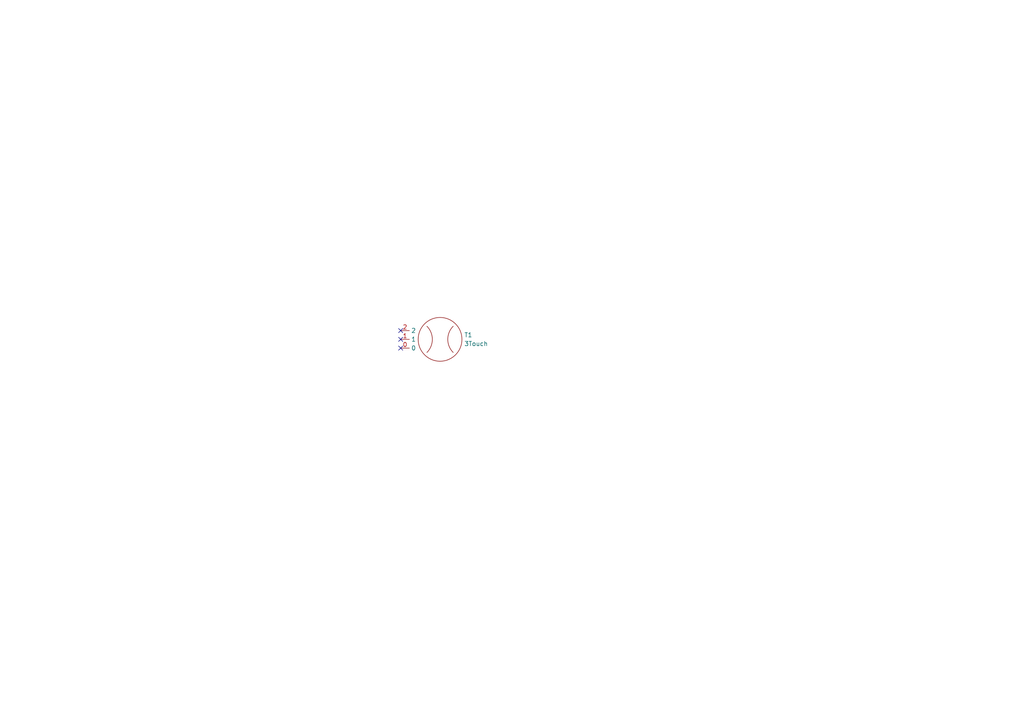
<source format=kicad_sch>
(kicad_sch (version 20211123) (generator eeschema)
  (paper "A4")
  (lib_symbols
    (symbol "fsr:3Touch"
      (property "Reference" "T" (at 0 7.62 0))
      (property "Value" "3Touch" (at 0 0 0))
      (symbol "3Touch_0_1"
        (arc (start -3.8159 -3.81) (mid 5.3923 0) (end -3.8159 3.81))
        (circle (center 0 0) (radius 6.35))
        (arc (start 3.8159 3.8159) (mid -5.3923 0.0059) (end 3.8159 -3.8041))
      )
      (symbol "3Touch_1_1"
        (pin input line (at 11.43 2.54 180) (length 2.54) (name "0") (number "0"))
        (pin input line (at 11.43 0 180) (length 2.54) (name "1") (number "1"))
        (pin input line (at 11.43 -2.54 180) (length 2.54) (name "2") (number "2"))
      )
    )
  )
  (no_connect (at 116.205 100.965))
  (no_connect (at 116.205 95.885))
  (no_connect (at 116.205 98.425))
  (symbol (lib_id "fsr:3Touch") (at 127.635 98.425 180) (unit 1)
    (property "Reference" "T1" (at 134.62 97.1549 0) (effects (justify right)))
    (property "Value" "3Touch" (at 134.62 99.6949 0) (effects (justify right)))
    (property "Footprint" "fsr:3Touch_80mm" (effects hide))
  )
)
</source>
